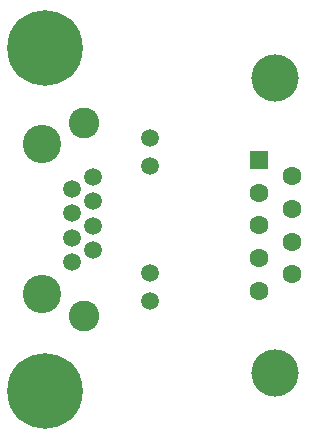
<source format=gbs>
G04 #@! TF.GenerationSoftware,KiCad,Pcbnew,8.0.5*
G04 #@! TF.CreationDate,2024-09-22T19:21:20+03:00*
G04 #@! TF.ProjectId,ditron-dc11-encoder,64697472-6f6e-42d6-9463-31312d656e63,rev?*
G04 #@! TF.SameCoordinates,Original*
G04 #@! TF.FileFunction,Soldermask,Bot*
G04 #@! TF.FilePolarity,Negative*
%FSLAX46Y46*%
G04 Gerber Fmt 4.6, Leading zero omitted, Abs format (unit mm)*
G04 Created by KiCad (PCBNEW 8.0.5) date 2024-09-22 19:21:20*
%MOMM*%
%LPD*%
G01*
G04 APERTURE LIST*
%ADD10C,4.000000*%
%ADD11R,1.600000X1.600000*%
%ADD12C,1.600000*%
%ADD13C,3.250000*%
%ADD14C,1.500000*%
%ADD15C,2.600000*%
%ADD16C,0.800000*%
%ADD17C,6.400000*%
G04 APERTURE END LIST*
D10*
G04 #@! TO.C,J1*
X170489669Y-106490000D03*
X170489669Y-81490000D03*
D11*
X169069669Y-88450000D03*
D12*
X169069669Y-91220000D03*
X169069669Y-93990000D03*
X169069669Y-96760000D03*
X169069669Y-99530000D03*
X171909669Y-89835000D03*
X171909669Y-92605000D03*
X171909669Y-95375000D03*
X171909669Y-98145000D03*
G04 #@! TD*
D13*
G04 #@! TO.C,J2*
X150750000Y-87150000D03*
X150750000Y-99850000D03*
D14*
X153290000Y-97070000D03*
X155070000Y-96050000D03*
X153290000Y-95030000D03*
X155070000Y-94010000D03*
X153290000Y-92990000D03*
X155070000Y-91970000D03*
X153290000Y-90950000D03*
X155070000Y-89930000D03*
X159880000Y-100360000D03*
X159880000Y-98070000D03*
X159880000Y-88930000D03*
X159880000Y-86640000D03*
D15*
X154310000Y-85370000D03*
X154310000Y-101630000D03*
G04 #@! TD*
D16*
G04 #@! TO.C,H2*
X148600000Y-79000000D03*
X149302944Y-77302944D03*
X149302944Y-80697056D03*
X151000000Y-76600000D03*
D17*
X151000000Y-79000000D03*
D16*
X151000000Y-81400000D03*
X152697056Y-77302944D03*
X152697056Y-80697056D03*
X153400000Y-79000000D03*
G04 #@! TD*
G04 #@! TO.C,H1*
X148600000Y-108000000D03*
X149302944Y-106302944D03*
X149302944Y-109697056D03*
X151000000Y-105600000D03*
D17*
X151000000Y-108000000D03*
D16*
X151000000Y-110400000D03*
X152697056Y-106302944D03*
X152697056Y-109697056D03*
X153400000Y-108000000D03*
G04 #@! TD*
M02*

</source>
